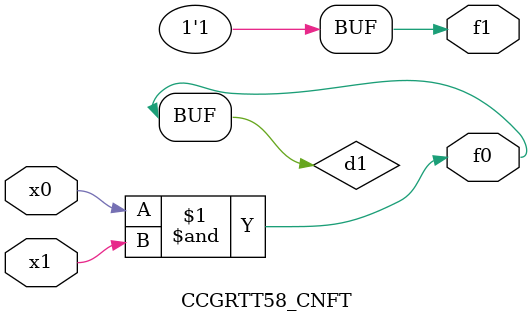
<source format=v>
module CCGRTT58_CNFT(
	input x0, x1,
	output f0, f1
);

	wire d1;

	assign f0 = d1;
	and (d1, x0, x1);
	assign f1 = 1'b1;
endmodule

</source>
